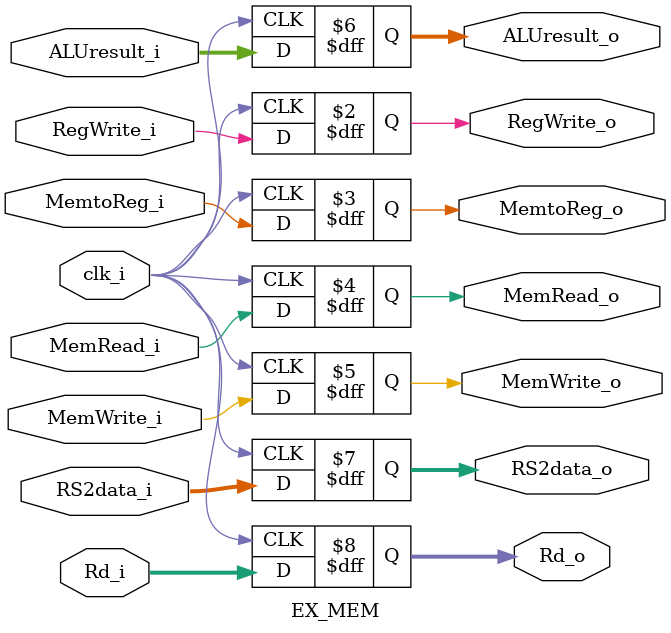
<source format=v>
module EX_MEM
(
    clk_i,
    RegWrite_i,
    MemtoReg_i,
    MemRead_i,
    MemWrite_i,
    ALUresult_i,
    RS2data_i,
    Rd_i,
    RegWrite_o,
    MemtoReg_o,
    MemRead_o,
    MemWrite_o,
    ALUresult_o,
    RS2data_o,
    Rd_o
);

input clk_i;
input RegWrite_i;
input MemtoReg_i;
input MemRead_i;
input MemWrite_i;
input [31:0] ALUresult_i;
input [31:0] RS2data_i;
input [4:0] Rd_i;

output reg RegWrite_o;
output reg MemtoReg_o;
output reg MemRead_o;
output reg MemWrite_o;
output reg [31:0] ALUresult_o;
output reg [31:0] RS2data_o;
output reg [4:0] Rd_o;


always@(posedge clk_i) begin
    RegWrite_o  <= RegWrite_i;
    MemtoReg_o  <= MemtoReg_i;
    MemRead_o   <= MemRead_i;
    MemWrite_o  <= MemWrite_i;
    ALUresult_o <= ALUresult_i;
    RS2data_o   <= RS2data_i;
    Rd_o        <= Rd_i;
end

endmodule
</source>
